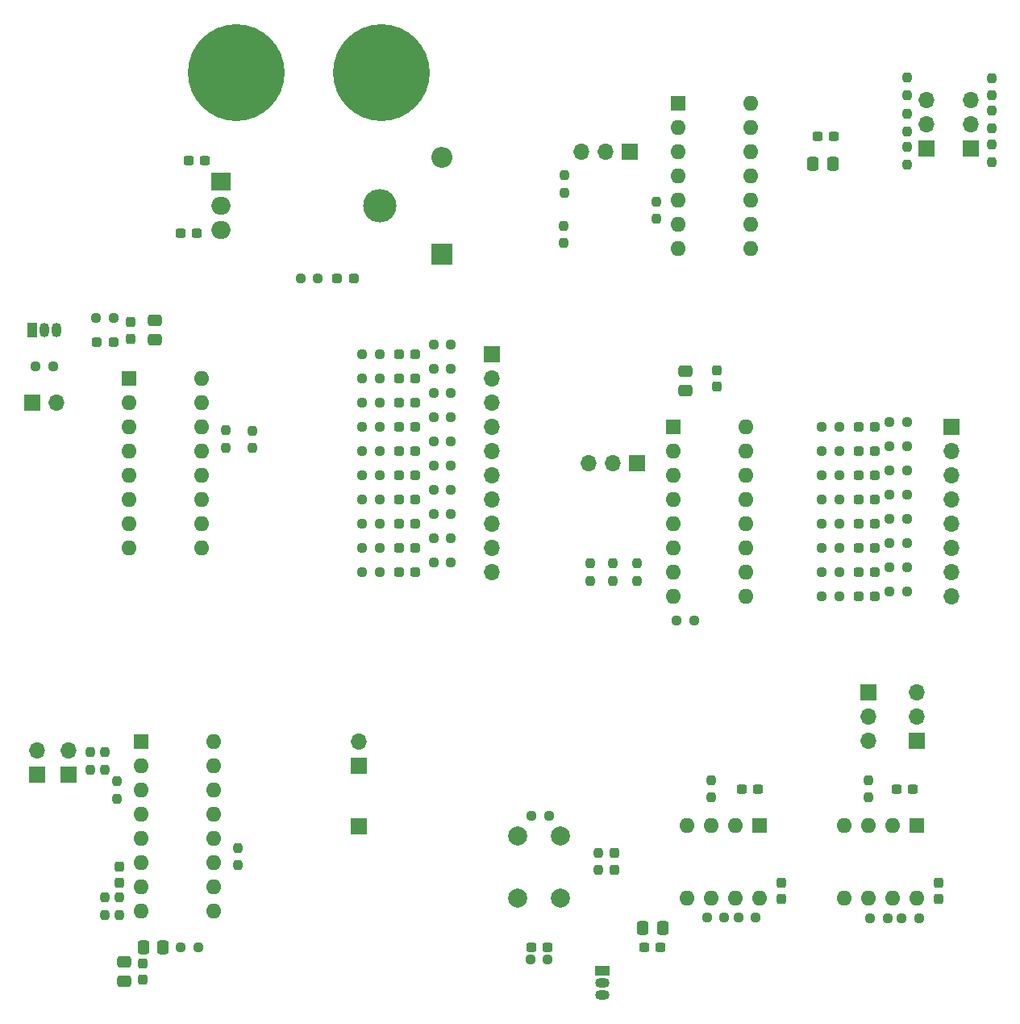
<source format=gbr>
%TF.GenerationSoftware,KiCad,Pcbnew,7.0.1*%
%TF.CreationDate,2023-04-17T00:19:09+03:00*%
%TF.ProjectId,exed,65786564-2e6b-4696-9361-645f70636258,rev?*%
%TF.SameCoordinates,Original*%
%TF.FileFunction,Soldermask,Top*%
%TF.FilePolarity,Negative*%
%FSLAX46Y46*%
G04 Gerber Fmt 4.6, Leading zero omitted, Abs format (unit mm)*
G04 Created by KiCad (PCBNEW 7.0.1) date 2023-04-17 00:19:09*
%MOMM*%
%LPD*%
G01*
G04 APERTURE LIST*
G04 Aperture macros list*
%AMRoundRect*
0 Rectangle with rounded corners*
0 $1 Rounding radius*
0 $2 $3 $4 $5 $6 $7 $8 $9 X,Y pos of 4 corners*
0 Add a 4 corners polygon primitive as box body*
4,1,4,$2,$3,$4,$5,$6,$7,$8,$9,$2,$3,0*
0 Add four circle primitives for the rounded corners*
1,1,$1+$1,$2,$3*
1,1,$1+$1,$4,$5*
1,1,$1+$1,$6,$7*
1,1,$1+$1,$8,$9*
0 Add four rect primitives between the rounded corners*
20,1,$1+$1,$2,$3,$4,$5,0*
20,1,$1+$1,$4,$5,$6,$7,0*
20,1,$1+$1,$6,$7,$8,$9,0*
20,1,$1+$1,$8,$9,$2,$3,0*%
G04 Aperture macros list end*
%ADD10R,1.700000X1.700000*%
%ADD11O,1.700000X1.700000*%
%ADD12RoundRect,0.237500X0.250000X0.237500X-0.250000X0.237500X-0.250000X-0.237500X0.250000X-0.237500X0*%
%ADD13R,2.200000X2.200000*%
%ADD14O,2.200000X2.200000*%
%ADD15R,1.600000X1.600000*%
%ADD16O,1.600000X1.600000*%
%ADD17RoundRect,0.237500X-0.250000X-0.237500X0.250000X-0.237500X0.250000X0.237500X-0.250000X0.237500X0*%
%ADD18O,3.500000X3.500000*%
%ADD19R,2.000000X1.905000*%
%ADD20O,2.000000X1.905000*%
%ADD21RoundRect,0.237500X0.287500X0.237500X-0.287500X0.237500X-0.287500X-0.237500X0.287500X-0.237500X0*%
%ADD22RoundRect,0.250000X0.337500X0.475000X-0.337500X0.475000X-0.337500X-0.475000X0.337500X-0.475000X0*%
%ADD23RoundRect,0.237500X-0.237500X0.250000X-0.237500X-0.250000X0.237500X-0.250000X0.237500X0.250000X0*%
%ADD24RoundRect,0.237500X-0.300000X-0.237500X0.300000X-0.237500X0.300000X0.237500X-0.300000X0.237500X0*%
%ADD25RoundRect,0.237500X0.237500X-0.287500X0.237500X0.287500X-0.237500X0.287500X-0.237500X-0.287500X0*%
%ADD26RoundRect,0.237500X0.300000X0.237500X-0.300000X0.237500X-0.300000X-0.237500X0.300000X-0.237500X0*%
%ADD27RoundRect,0.237500X-0.287500X-0.237500X0.287500X-0.237500X0.287500X0.237500X-0.287500X0.237500X0*%
%ADD28RoundRect,0.250000X0.475000X-0.337500X0.475000X0.337500X-0.475000X0.337500X-0.475000X-0.337500X0*%
%ADD29R,1.500000X1.050000*%
%ADD30O,1.500000X1.050000*%
%ADD31R,1.050000X1.500000*%
%ADD32O,1.050000X1.500000*%
%ADD33C,10.160000*%
%ADD34RoundRect,0.250000X-0.475000X0.337500X-0.475000X-0.337500X0.475000X-0.337500X0.475000X0.337500X0*%
%ADD35RoundRect,0.250000X-0.337500X-0.475000X0.337500X-0.475000X0.337500X0.475000X-0.337500X0.475000X0*%
%ADD36RoundRect,0.237500X-0.237500X0.300000X-0.237500X-0.300000X0.237500X-0.300000X0.237500X0.300000X0*%
%ADD37RoundRect,0.237500X0.237500X-0.300000X0.237500X0.300000X-0.237500X0.300000X-0.237500X-0.300000X0*%
%ADD38RoundRect,0.237500X0.237500X-0.250000X0.237500X0.250000X-0.237500X0.250000X-0.237500X-0.250000X0*%
%ADD39C,2.000000*%
G04 APERTURE END LIST*
D10*
%TO.C,J12*%
X152905489Y-68580000D03*
D11*
X152905489Y-71120000D03*
X152905489Y-73660000D03*
X152905489Y-76200000D03*
X152905489Y-78740000D03*
X152905489Y-81280000D03*
X152905489Y-83820000D03*
X152905489Y-86360000D03*
X152905489Y-88900000D03*
X152905489Y-91440000D03*
%TD*%
D12*
%TO.C,R60*%
X141117989Y-83820000D03*
X139292989Y-83820000D03*
%TD*%
D13*
%TO.C,D22*%
X147685000Y-58055000D03*
D14*
X147685000Y-47895000D03*
%TD*%
D10*
%TO.C,J11*%
X104655489Y-73675000D03*
D11*
X107195489Y-73675000D03*
%TD*%
D15*
%TO.C,U6*%
X114815489Y-71135000D03*
D16*
X114815489Y-73675000D03*
X114815489Y-76215000D03*
X114815489Y-78755000D03*
X114815489Y-81295000D03*
X114815489Y-83835000D03*
X114815489Y-86375000D03*
X114815489Y-88915000D03*
X122435489Y-88915000D03*
X122435489Y-86375000D03*
X122435489Y-83835000D03*
X122435489Y-81295000D03*
X122435489Y-78755000D03*
X122435489Y-76215000D03*
X122435489Y-73675000D03*
X122435489Y-71135000D03*
%TD*%
D17*
%TO.C,R2*%
X156925000Y-132080000D03*
X158750000Y-132080000D03*
%TD*%
D18*
%TO.C,U1*%
X141145000Y-52975000D03*
D19*
X124485000Y-50435000D03*
D20*
X124485000Y-52975000D03*
X124485000Y-55515000D03*
%TD*%
D21*
%TO.C,D4*%
X193150489Y-88885000D03*
X191400489Y-88885000D03*
%TD*%
%TO.C,D11*%
X144890489Y-71120000D03*
X143140489Y-71120000D03*
%TD*%
D22*
%TO.C,C17*%
X118382989Y-130810000D03*
X116307989Y-130810000D03*
%TD*%
D21*
%TO.C,D5*%
X193150489Y-93965000D03*
X191400489Y-93965000D03*
%TD*%
D15*
%TO.C,U4*%
X171955489Y-76200000D03*
D16*
X171955489Y-78740000D03*
X171955489Y-81280000D03*
X171955489Y-83820000D03*
X171955489Y-86360000D03*
X171955489Y-88900000D03*
X171955489Y-91440000D03*
X171955489Y-93980000D03*
X179575489Y-93980000D03*
X179575489Y-91440000D03*
X179575489Y-88900000D03*
X179575489Y-86360000D03*
X179575489Y-83820000D03*
X179575489Y-81280000D03*
X179575489Y-78740000D03*
X179575489Y-76200000D03*
%TD*%
D12*
%TO.C,R58*%
X141117989Y-78740000D03*
X139292989Y-78740000D03*
%TD*%
D21*
%TO.C,D17*%
X144890489Y-73660000D03*
X143140489Y-73660000D03*
%TD*%
D12*
%TO.C,R28*%
X189377989Y-88885000D03*
X187552989Y-88885000D03*
%TD*%
D17*
%TO.C,R64*%
X132802500Y-60595000D03*
X134627500Y-60595000D03*
%TD*%
D10*
%TO.C,J4*%
X167336890Y-47318291D03*
D11*
X164796890Y-47318291D03*
X162256890Y-47318291D03*
%TD*%
D21*
%TO.C,D2*%
X193150489Y-78725000D03*
X191400489Y-78725000D03*
%TD*%
D10*
%TO.C,J7*%
X192415000Y-104000489D03*
D11*
X192415000Y-106540489D03*
X192415000Y-109080489D03*
%TD*%
D23*
%TO.C,R12*%
X175905000Y-113247989D03*
X175905000Y-115072989D03*
%TD*%
D21*
%TO.C,D7*%
X193150489Y-81265000D03*
X191400489Y-81265000D03*
%TD*%
D10*
%TO.C,J3*%
X168130489Y-79995000D03*
D11*
X165590489Y-79995000D03*
X163050489Y-79995000D03*
%TD*%
D24*
%TO.C,C13*%
X187097500Y-45720000D03*
X188822500Y-45720000D03*
%TD*%
D21*
%TO.C,D13*%
X144890489Y-81280000D03*
X143140489Y-81280000D03*
%TD*%
D12*
%TO.C,R56*%
X141117989Y-73660000D03*
X139292989Y-73660000D03*
%TD*%
D21*
%TO.C,D16*%
X144890489Y-68580000D03*
X143140489Y-68580000D03*
%TD*%
D25*
%TO.C,D1*%
X165745000Y-122655489D03*
X165745000Y-120905489D03*
%TD*%
D15*
%TO.C,U7*%
X116075489Y-109220000D03*
D16*
X116075489Y-111760000D03*
X116075489Y-114300000D03*
X116075489Y-116840000D03*
X116075489Y-119380000D03*
X116075489Y-121920000D03*
X116075489Y-124460000D03*
X116075489Y-127000000D03*
X123695489Y-127000000D03*
X123695489Y-124460000D03*
X123695489Y-121920000D03*
X123695489Y-119380000D03*
X123695489Y-116840000D03*
X123695489Y-114300000D03*
X123695489Y-111760000D03*
X123695489Y-109220000D03*
%TD*%
D26*
%TO.C,C6*%
X121920000Y-55880000D03*
X120195000Y-55880000D03*
%TD*%
D27*
%TO.C,D10*%
X111400489Y-67325000D03*
X113150489Y-67325000D03*
%TD*%
D21*
%TO.C,D18*%
X144890489Y-78740000D03*
X143140489Y-78740000D03*
%TD*%
D12*
%TO.C,R55*%
X141117989Y-71120000D03*
X139292989Y-71120000D03*
%TD*%
D15*
%TO.C,U5*%
X197485000Y-117980489D03*
D16*
X194945000Y-117980489D03*
X192405000Y-117980489D03*
X189865000Y-117980489D03*
X189865000Y-125600489D03*
X192405000Y-125600489D03*
X194945000Y-125600489D03*
X197485000Y-125600489D03*
%TD*%
D17*
%TO.C,R30*%
X187552989Y-93965000D03*
X189377989Y-93965000D03*
%TD*%
D28*
%TO.C,C19*%
X117475000Y-67077500D03*
X117475000Y-65002500D03*
%TD*%
D21*
%TO.C,D9*%
X193150489Y-91425000D03*
X191400489Y-91425000D03*
%TD*%
D26*
%TO.C,C1*%
X122782500Y-48260000D03*
X121057500Y-48260000D03*
%TD*%
D29*
%TO.C,Q1*%
X164475000Y-133210489D03*
D30*
X164475000Y-134480489D03*
X164475000Y-135750489D03*
%TD*%
D17*
%TO.C,R38*%
X111362989Y-64785000D03*
X113187989Y-64785000D03*
%TD*%
D31*
%TO.C,Q2*%
X104655489Y-66055000D03*
D32*
X105925489Y-66055000D03*
X107195489Y-66055000D03*
%TD*%
D10*
%TO.C,J14*%
X138935489Y-118110000D03*
%TD*%
%TO.C,J8*%
X197495000Y-109080489D03*
D11*
X197495000Y-106540489D03*
X197495000Y-104000489D03*
%TD*%
D12*
%TO.C,R24*%
X189377989Y-78725000D03*
X187552989Y-78725000D03*
%TD*%
D10*
%TO.C,J15*%
X203200000Y-46990000D03*
D11*
X203200000Y-44450000D03*
X203200000Y-41910000D03*
%TD*%
D33*
%TO.C,J2*%
X126095000Y-39005000D03*
%TD*%
D21*
%TO.C,D8*%
X193150489Y-86345000D03*
X191400489Y-86345000D03*
%TD*%
D34*
%TO.C,C4*%
X173225489Y-70300000D03*
X173225489Y-72375000D03*
%TD*%
D33*
%TO.C,J1*%
X141335000Y-39005000D03*
%TD*%
D10*
%TO.C,J6*%
X201165489Y-76200000D03*
D11*
X201165489Y-78740000D03*
X201165489Y-81280000D03*
X201165489Y-83820000D03*
X201165489Y-86360000D03*
X201165489Y-88900000D03*
X201165489Y-91440000D03*
X201165489Y-93980000D03*
%TD*%
D17*
%TO.C,R51*%
X120242989Y-130810000D03*
X122067989Y-130810000D03*
%TD*%
D12*
%TO.C,R57*%
X141117989Y-76200000D03*
X139292989Y-76200000D03*
%TD*%
D21*
%TO.C,D14*%
X144890489Y-86360000D03*
X143140489Y-86360000D03*
%TD*%
D12*
%TO.C,R26*%
X189377989Y-83805000D03*
X187552989Y-83805000D03*
%TD*%
D35*
%TO.C,C12*%
X186619390Y-48588291D03*
X188694390Y-48588291D03*
%TD*%
D12*
%TO.C,R54*%
X141117989Y-68580000D03*
X139292989Y-68580000D03*
%TD*%
D24*
%TO.C,C11*%
X195362500Y-114160489D03*
X197087500Y-114160489D03*
%TD*%
D12*
%TO.C,R59*%
X141117989Y-81280000D03*
X139292989Y-81280000D03*
%TD*%
%TO.C,R61*%
X141117989Y-86360000D03*
X139292989Y-86360000D03*
%TD*%
D23*
%TO.C,R32*%
X192415000Y-113247989D03*
X192415000Y-115072989D03*
%TD*%
D12*
%TO.C,R27*%
X189377989Y-86345000D03*
X187552989Y-86345000D03*
%TD*%
D17*
%TO.C,R63*%
X139292989Y-91440000D03*
X141117989Y-91440000D03*
%TD*%
D12*
%TO.C,R29*%
X189377989Y-91425000D03*
X187552989Y-91425000D03*
%TD*%
D10*
%TO.C,J10*%
X108455489Y-112649000D03*
D11*
X108455489Y-110109000D03*
%TD*%
D21*
%TO.C,D19*%
X144890489Y-83820000D03*
X143140489Y-83820000D03*
%TD*%
D28*
%TO.C,C15*%
X114300000Y-134387500D03*
X114300000Y-132312500D03*
%TD*%
D36*
%TO.C,C5*%
X176530000Y-70257500D03*
X176530000Y-71982500D03*
%TD*%
D21*
%TO.C,D3*%
X193150489Y-83805000D03*
X191400489Y-83805000D03*
%TD*%
D37*
%TO.C,C16*%
X116205000Y-134212500D03*
X116205000Y-132487500D03*
%TD*%
D24*
%TO.C,C7*%
X179145000Y-114160489D03*
X180870000Y-114160489D03*
%TD*%
D36*
%TO.C,C18*%
X114935000Y-65192500D03*
X114935000Y-66917500D03*
%TD*%
D17*
%TO.C,R11*%
X172312989Y-96505000D03*
X174137989Y-96505000D03*
%TD*%
D11*
%TO.C,J5*%
X198550000Y-41910000D03*
X198550000Y-44450000D03*
D10*
X198550000Y-46990000D03*
%TD*%
D15*
%TO.C,U2*%
X180975000Y-117980489D03*
D16*
X178435000Y-117980489D03*
X175895000Y-117980489D03*
X173355000Y-117980489D03*
X173355000Y-125600489D03*
X175895000Y-125600489D03*
X178435000Y-125600489D03*
X180975000Y-125600489D03*
%TD*%
D38*
%TO.C,R1*%
X164084000Y-122705500D03*
X164084000Y-120880500D03*
%TD*%
D39*
%TO.C,SW1*%
X155585000Y-125590489D03*
X155585000Y-119090489D03*
X160085000Y-125590489D03*
X160085000Y-119090489D03*
%TD*%
D12*
%TO.C,R25*%
X189377989Y-81265000D03*
X187552989Y-81265000D03*
%TD*%
D26*
%TO.C,C2*%
X158750000Y-130810000D03*
X157025000Y-130810000D03*
%TD*%
D21*
%TO.C,D15*%
X144890489Y-91440000D03*
X143140489Y-91440000D03*
%TD*%
%TO.C,D12*%
X144890489Y-76200000D03*
X143140489Y-76200000D03*
%TD*%
D15*
%TO.C,U3*%
X172416890Y-42238291D03*
D16*
X172416890Y-44778291D03*
X172416890Y-47318291D03*
X172416890Y-49858291D03*
X172416890Y-52398291D03*
X172416890Y-54938291D03*
X172416890Y-57478291D03*
X180036890Y-57478291D03*
X180036890Y-54938291D03*
X180036890Y-52398291D03*
X180036890Y-49858291D03*
X180036890Y-47318291D03*
X180036890Y-44778291D03*
X180036890Y-42238291D03*
%TD*%
D21*
%TO.C,D6*%
X193150489Y-76185000D03*
X191400489Y-76185000D03*
%TD*%
D10*
%TO.C,J9*%
X105156000Y-112654000D03*
D11*
X105156000Y-110114000D03*
%TD*%
D12*
%TO.C,R62*%
X141117989Y-88900000D03*
X139292989Y-88900000D03*
%TD*%
D38*
%TO.C,R49*%
X113535489Y-115212500D03*
X113535489Y-113387500D03*
%TD*%
D21*
%TO.C,D21*%
X138400000Y-60595000D03*
X136650000Y-60595000D03*
%TD*%
D10*
%TO.C,J13*%
X138935489Y-111760000D03*
D11*
X138935489Y-109220000D03*
%TD*%
D12*
%TO.C,R23*%
X189377989Y-76185000D03*
X187552989Y-76185000D03*
%TD*%
D21*
%TO.C,D20*%
X144890489Y-88900000D03*
X143140489Y-88900000D03*
%TD*%
D38*
%TO.C,R6*%
X163195000Y-92352500D03*
X163195000Y-90527500D03*
%TD*%
D12*
%TO.C,R9*%
X177315500Y-127635000D03*
X175490500Y-127635000D03*
%TD*%
D38*
%TO.C,R31*%
X170180000Y-54379500D03*
X170180000Y-52554500D03*
%TD*%
D12*
%TO.C,R22*%
X194460500Y-127762000D03*
X192635500Y-127762000D03*
%TD*%
%TO.C,R8*%
X180617500Y-127635000D03*
X178792500Y-127635000D03*
%TD*%
D36*
%TO.C,C3*%
X183261000Y-123978500D03*
X183261000Y-125703500D03*
%TD*%
D38*
%TO.C,R4*%
X168145489Y-92352500D03*
X168145489Y-90527500D03*
%TD*%
D23*
%TO.C,R65*%
X196469000Y-46816000D03*
X196469000Y-48641000D03*
%TD*%
D12*
%TO.C,R16*%
X196492500Y-83312000D03*
X194667500Y-83312000D03*
%TD*%
%TO.C,R53*%
X148624130Y-90424000D03*
X146799130Y-90424000D03*
%TD*%
%TO.C,R18*%
X196492500Y-88392000D03*
X194667500Y-88392000D03*
%TD*%
D38*
%TO.C,R46*%
X126238000Y-122197500D03*
X126238000Y-120372500D03*
%TD*%
D12*
%TO.C,R17*%
X196492500Y-85852000D03*
X194667500Y-85852000D03*
%TD*%
D23*
%TO.C,R7*%
X160528000Y-49784000D03*
X160528000Y-51609000D03*
%TD*%
%TO.C,R37*%
X112268000Y-125579500D03*
X112268000Y-127404500D03*
%TD*%
%TO.C,R34*%
X124965489Y-76557500D03*
X124965489Y-78382500D03*
%TD*%
D12*
%TO.C,R42*%
X148624130Y-70104000D03*
X146799130Y-70104000D03*
%TD*%
%TO.C,R43*%
X148624130Y-72644000D03*
X146799130Y-72644000D03*
%TD*%
%TO.C,R52*%
X148624130Y-87884000D03*
X146799130Y-87884000D03*
%TD*%
%TO.C,R47*%
X148624130Y-80264000D03*
X146799130Y-80264000D03*
%TD*%
D38*
%TO.C,R68*%
X205359000Y-48387000D03*
X205359000Y-46562000D03*
%TD*%
D17*
%TO.C,R13*%
X194667500Y-75692000D03*
X196492500Y-75692000D03*
%TD*%
%TO.C,R41*%
X146799130Y-67564000D03*
X148624130Y-67564000D03*
%TD*%
D12*
%TO.C,R21*%
X197762500Y-127762000D03*
X195937500Y-127762000D03*
%TD*%
%TO.C,R48*%
X148624130Y-82804000D03*
X146799130Y-82804000D03*
%TD*%
D23*
%TO.C,R66*%
X196469000Y-43363500D03*
X196469000Y-45188500D03*
%TD*%
D12*
%TO.C,R45*%
X148624130Y-77724000D03*
X146799130Y-77724000D03*
%TD*%
D17*
%TO.C,R33*%
X105012989Y-69865000D03*
X106837989Y-69865000D03*
%TD*%
D12*
%TO.C,R14*%
X196492500Y-78232000D03*
X194667500Y-78232000D03*
%TD*%
D37*
%TO.C,C14*%
X113792000Y-124052500D03*
X113792000Y-122327500D03*
%TD*%
D12*
%TO.C,R20*%
X196492500Y-93472000D03*
X194667500Y-93472000D03*
%TD*%
D26*
%TO.C,C9*%
X170635000Y-130810000D03*
X168910000Y-130810000D03*
%TD*%
D35*
%TO.C,C8*%
X168761500Y-128778000D03*
X170836500Y-128778000D03*
%TD*%
D23*
%TO.C,R40*%
X110744000Y-110339500D03*
X110744000Y-112164500D03*
%TD*%
D36*
%TO.C,C10*%
X199771000Y-123978500D03*
X199771000Y-125703500D03*
%TD*%
D23*
%TO.C,R35*%
X127762000Y-76581000D03*
X127762000Y-78406000D03*
%TD*%
D12*
%TO.C,R15*%
X196492500Y-80772000D03*
X194667500Y-80772000D03*
%TD*%
D23*
%TO.C,R67*%
X196469000Y-39553500D03*
X196469000Y-41378500D03*
%TD*%
%TO.C,R39*%
X112268000Y-110339500D03*
X112268000Y-112164500D03*
%TD*%
D12*
%TO.C,R50*%
X148624130Y-85344000D03*
X146799130Y-85344000D03*
%TD*%
D38*
%TO.C,R5*%
X160401000Y-56896000D03*
X160401000Y-55071000D03*
%TD*%
%TO.C,R70*%
X205359000Y-41402000D03*
X205359000Y-39577000D03*
%TD*%
D12*
%TO.C,R44*%
X148624130Y-75184000D03*
X146799130Y-75184000D03*
%TD*%
%TO.C,R19*%
X196492500Y-90932000D03*
X194667500Y-90932000D03*
%TD*%
D23*
%TO.C,R36*%
X113792000Y-125579500D03*
X113792000Y-127404500D03*
%TD*%
D38*
%TO.C,R10*%
X165605489Y-92352500D03*
X165605489Y-90527500D03*
%TD*%
%TO.C,R69*%
X205359000Y-44854500D03*
X205359000Y-43029500D03*
%TD*%
D17*
%TO.C,R3*%
X157075500Y-116967000D03*
X158900500Y-116967000D03*
%TD*%
M02*

</source>
